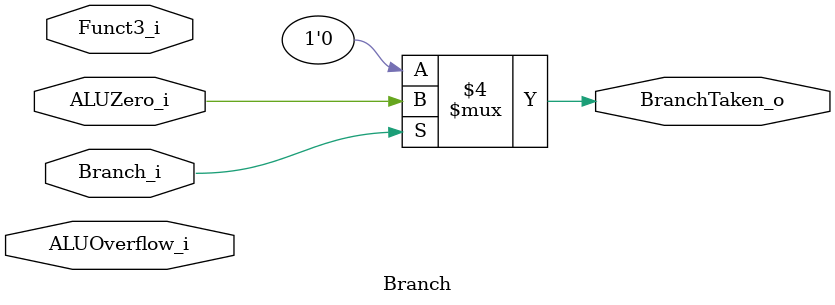
<source format=v>
`include "Const.v"

module Branch(
    input Branch_i,          // whether the instruction is a branch
    input ALUZero_i,         // ALU result
    input ALUOverflow_i,     // ALU result
    input [2:0] Funct3_i,    // type of branch
    output reg BranchTaken_o // whether branch should be taken
);

always @* begin
    BranchTaken_o = 1'b0;

    if (~Branch_i) begin
        BranchTaken_o = 1'b0;
    end
    else begin
        // beq
        BranchTaken_o = ALUZero_i;
    end
end

endmodule

</source>
